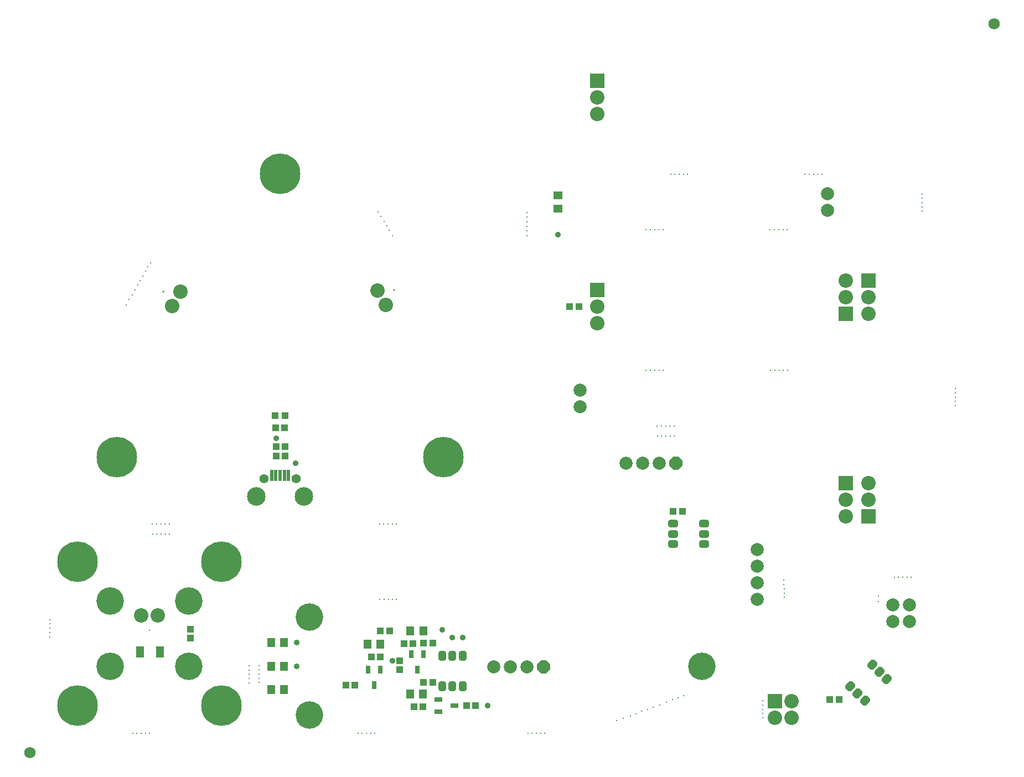
<source format=gts>
G04 Layer_Color=8388736*
%FSLAX44Y44*%
%MOMM*%
G71*
G01*
G75*
%ADD43R,1.0532X1.0532*%
%ADD44R,1.2032X1.8032*%
%ADD45R,1.4532X1.2032*%
%ADD46R,1.0532X1.0532*%
G04:AMPARAMS|DCode=47|XSize=1.5032mm|YSize=1.2032mm|CornerRadius=0.3516mm|HoleSize=0mm|Usage=FLASHONLY|Rotation=45.000|XOffset=0mm|YOffset=0mm|HoleType=Round|Shape=RoundedRectangle|*
%AMROUNDEDRECTD47*
21,1,1.5032,0.5000,0,0,45.0*
21,1,0.8000,1.2032,0,0,45.0*
1,1,0.7032,0.4596,0.1061*
1,1,0.7032,-0.1061,-0.4596*
1,1,0.7032,-0.4596,-0.1061*
1,1,0.7032,0.1061,0.4596*
%
%ADD47ROUNDEDRECTD47*%
G04:AMPARAMS|DCode=48|XSize=1.5032mm|YSize=1.2032mm|CornerRadius=0.3516mm|HoleSize=0mm|Usage=FLASHONLY|Rotation=270.000|XOffset=0mm|YOffset=0mm|HoleType=Round|Shape=RoundedRectangle|*
%AMROUNDEDRECTD48*
21,1,1.5032,0.5000,0,0,270.0*
21,1,0.8000,1.2032,0,0,270.0*
1,1,0.7032,-0.2500,-0.4000*
1,1,0.7032,-0.2500,0.4000*
1,1,0.7032,0.2500,0.4000*
1,1,0.7032,0.2500,-0.4000*
%
%ADD48ROUNDEDRECTD48*%
%ADD49R,1.2032X1.4532*%
%ADD50R,0.8032X1.3032*%
%ADD51R,1.3032X0.8032*%
G04:AMPARAMS|DCode=52|XSize=1.5032mm|YSize=1.2032mm|CornerRadius=0.3516mm|HoleSize=0mm|Usage=FLASHONLY|Rotation=180.000|XOffset=0mm|YOffset=0mm|HoleType=Round|Shape=RoundedRectangle|*
%AMROUNDEDRECTD52*
21,1,1.5032,0.5000,0,0,180.0*
21,1,0.8000,1.2032,0,0,180.0*
1,1,0.7032,-0.4000,0.2500*
1,1,0.7032,0.4000,0.2500*
1,1,0.7032,0.4000,-0.2500*
1,1,0.7032,-0.4000,-0.2500*
%
%ADD52ROUNDEDRECTD52*%
%ADD53R,0.6032X1.8032*%
%ADD54R,1.0032X1.0032*%
%ADD55C,0.2032*%
%ADD56C,1.7272*%
%ADD57C,2.0032*%
%ADD58R,2.2032X2.2032*%
%ADD59C,2.2032*%
G04:AMPARAMS|DCode=60|XSize=0.2032mm|YSize=0.2032mm|CornerRadius=0mm|HoleSize=0mm|Usage=FLASHONLY|Rotation=0.000|XOffset=0mm|YOffset=0mm|HoleType=Round|Shape=RoundedRectangle|*
%AMROUNDEDRECTD60*
21,1,0.2032,0.2032,0,0,0.0*
21,1,0.2032,0.2032,0,0,0.0*
1,1,0.0000,0.1016,-0.1016*
1,1,0.0000,-0.1016,-0.1016*
1,1,0.0000,-0.1016,0.1016*
1,1,0.0000,0.1016,0.1016*
%
%ADD60ROUNDEDRECTD60*%
%ADD61C,4.2032*%
%ADD62C,6.2032*%
%ADD63C,0.9032*%
%ADD64P,2.1683X8X202.5*%
G04:AMPARAMS|DCode=65|XSize=0.2032mm|YSize=0.2032mm|CornerRadius=0mm|HoleSize=0mm|Usage=FLASHONLY|Rotation=240.000|XOffset=0mm|YOffset=0mm|HoleType=Round|Shape=RoundedRectangle|*
%AMROUNDEDRECTD65*
21,1,0.2032,0.2032,0,0,240.0*
21,1,0.2032,0.2032,0,0,240.0*
1,1,0.0000,-0.1388,-0.0372*
1,1,0.0000,-0.0372,0.1388*
1,1,0.0000,0.1388,0.0372*
1,1,0.0000,0.0372,-0.1388*
%
%ADD65ROUNDEDRECTD65*%
G04:AMPARAMS|DCode=66|XSize=0.2032mm|YSize=0.2032mm|CornerRadius=0mm|HoleSize=0mm|Usage=FLASHONLY|Rotation=120.000|XOffset=0mm|YOffset=0mm|HoleType=Round|Shape=RoundedRectangle|*
%AMROUNDEDRECTD66*
21,1,0.2032,0.2032,0,0,120.0*
21,1,0.2032,0.2032,0,0,120.0*
1,1,0.0000,0.0372,0.1388*
1,1,0.0000,0.1388,-0.0372*
1,1,0.0000,-0.0372,-0.1388*
1,1,0.0000,-0.1388,0.0372*
%
%ADD66ROUNDEDRECTD66*%
%ADD67C,1.4032*%
%ADD68C,2.8432*%
D43*
X262600Y207000D02*
D03*
Y193000D02*
D03*
X583250Y158500D02*
D03*
Y144500D02*
D03*
X408000Y472013D02*
D03*
Y486013D02*
D03*
X394000D02*
D03*
Y472013D02*
D03*
D44*
X216000Y172000D02*
D03*
X186000D02*
D03*
D45*
X824990Y850042D02*
D03*
Y870042D02*
D03*
D46*
X856990Y700042D02*
D03*
X842990D02*
D03*
X1255000Y98815D02*
D03*
X1241000D02*
D03*
X500500Y120750D02*
D03*
X514500D02*
D03*
X567500Y204250D02*
D03*
X553500D02*
D03*
X699000Y89750D02*
D03*
X685000D02*
D03*
X633250Y125500D02*
D03*
X619250D02*
D03*
X633250Y185250D02*
D03*
X619250D02*
D03*
X553500Y164000D02*
D03*
X539500D02*
D03*
X618750Y88500D02*
D03*
X604750D02*
D03*
X603500Y185000D02*
D03*
X589500D02*
D03*
X1015291Y386827D02*
D03*
X1001291D02*
D03*
X393000Y515013D02*
D03*
X407000D02*
D03*
D47*
X1294520Y97062D02*
D03*
X1283383Y108198D02*
D03*
X1272246Y119335D02*
D03*
X1305480Y152570D02*
D03*
X1316617Y141433D02*
D03*
X1327754Y130296D02*
D03*
D48*
X679250Y166000D02*
D03*
X663500D02*
D03*
X647750D02*
D03*
Y119000D02*
D03*
X663500D02*
D03*
X679250D02*
D03*
D49*
X406000Y114000D02*
D03*
X386000D02*
D03*
X406000Y150000D02*
D03*
X386000D02*
D03*
X406000Y186000D02*
D03*
X386000D02*
D03*
X533500Y184000D02*
D03*
X553500D02*
D03*
X598750Y107250D02*
D03*
X618750D02*
D03*
X599000Y203750D02*
D03*
X619000D02*
D03*
D50*
X553500Y145000D02*
D03*
X534500D02*
D03*
X544000Y121000D02*
D03*
X619500Y168500D02*
D03*
X600500D02*
D03*
X610000Y144500D02*
D03*
D51*
X642250Y99250D02*
D03*
Y80250D02*
D03*
X666250Y89750D02*
D03*
D52*
X1048291Y336577D02*
D03*
Y352327D02*
D03*
Y368077D02*
D03*
X1001291D02*
D03*
Y352327D02*
D03*
Y336577D02*
D03*
D53*
X413000Y442013D02*
D03*
X406500D02*
D03*
X400000D02*
D03*
X393500D02*
D03*
X387000D02*
D03*
D54*
X407500Y533013D02*
D03*
X392500D02*
D03*
D55*
X1170541Y281805D02*
D03*
Y274804D02*
D03*
X1171000Y268000D02*
D03*
Y256000D02*
D03*
X204500Y367750D02*
D03*
X211000D02*
D03*
X224250D02*
D03*
X217750D02*
D03*
X230500D02*
D03*
X231000Y352500D02*
D03*
X218250D02*
D03*
X224750D02*
D03*
X211500D02*
D03*
X205000D02*
D03*
X174500Y47750D02*
D03*
X181000D02*
D03*
X194250D02*
D03*
X187750D02*
D03*
X200500D02*
D03*
X47500Y221000D02*
D03*
Y208250D02*
D03*
Y214750D02*
D03*
Y201500D02*
D03*
Y195000D02*
D03*
X352250Y124500D02*
D03*
Y131000D02*
D03*
Y144250D02*
D03*
Y137750D02*
D03*
Y150500D02*
D03*
X367500Y151000D02*
D03*
Y138250D02*
D03*
Y144750D02*
D03*
Y131500D02*
D03*
Y125000D02*
D03*
X519000Y47500D02*
D03*
X531750D02*
D03*
X525250D02*
D03*
X538500D02*
D03*
X545000D02*
D03*
X779000D02*
D03*
X791750D02*
D03*
X785250D02*
D03*
X798500D02*
D03*
X805000D02*
D03*
X1365500Y286250D02*
D03*
X1359000D02*
D03*
X1345750D02*
D03*
X1352250D02*
D03*
X1339500D02*
D03*
X1432500Y549000D02*
D03*
Y561750D02*
D03*
Y555250D02*
D03*
Y568500D02*
D03*
Y575000D02*
D03*
X1382500Y846500D02*
D03*
Y859250D02*
D03*
Y852750D02*
D03*
Y866000D02*
D03*
Y872500D02*
D03*
X1023500Y902500D02*
D03*
X1010750D02*
D03*
X1017250D02*
D03*
X1004000D02*
D03*
X997500D02*
D03*
X1228500D02*
D03*
X1215750D02*
D03*
X1222250D02*
D03*
X1209000D02*
D03*
X1202500D02*
D03*
X552000Y367750D02*
D03*
X558500D02*
D03*
X571750D02*
D03*
X565250D02*
D03*
X578000D02*
D03*
X578000Y252000D02*
D03*
X566000D02*
D03*
X572000D02*
D03*
X559000D02*
D03*
X552500Y252500D02*
D03*
X977093Y502315D02*
D03*
X983593D02*
D03*
X996843D02*
D03*
X990343D02*
D03*
X1003093D02*
D03*
X1002593Y517565D02*
D03*
X989843D02*
D03*
X996343D02*
D03*
X983093D02*
D03*
X976593D02*
D03*
X202000Y767000D02*
D03*
X198000Y761000D02*
D03*
X194000Y754000D02*
D03*
X190000Y747000D02*
D03*
X186000Y740000D02*
D03*
X182000Y733000D02*
D03*
X178000Y726000D02*
D03*
X174000Y718000D02*
D03*
X169000Y711000D02*
D03*
X165000Y703000D02*
D03*
X572000Y809000D02*
D03*
X567000Y817000D02*
D03*
X563000Y824000D02*
D03*
X559000Y831000D02*
D03*
X554000Y838000D02*
D03*
X550000Y845000D02*
D03*
X778000Y844000D02*
D03*
Y837000D02*
D03*
Y830000D02*
D03*
Y823000D02*
D03*
Y816000D02*
D03*
Y809000D02*
D03*
X986000Y602500D02*
D03*
X973250D02*
D03*
X979750D02*
D03*
X966500D02*
D03*
X960000D02*
D03*
X1176000D02*
D03*
X1163250D02*
D03*
X1169750D02*
D03*
X1156500D02*
D03*
X1150000D02*
D03*
X1175500Y817750D02*
D03*
X1162750D02*
D03*
X1169250D02*
D03*
X1156000D02*
D03*
X1149500D02*
D03*
X985500D02*
D03*
X972750D02*
D03*
X979250D02*
D03*
X966000D02*
D03*
X959500D02*
D03*
X1138250Y71500D02*
D03*
Y84250D02*
D03*
Y77750D02*
D03*
Y91000D02*
D03*
Y97500D02*
D03*
X1017000Y105000D02*
D03*
X1009000Y102000D02*
D03*
X1000000Y99000D02*
D03*
X991000Y95000D02*
D03*
X981000Y91000D02*
D03*
X971000Y87000D02*
D03*
X962000Y84000D02*
D03*
X953000Y81000D02*
D03*
X944000Y77000D02*
D03*
X936000Y74000D02*
D03*
X925000Y70000D02*
D03*
X915000Y67000D02*
D03*
X1171000Y262000D02*
D03*
X1315000Y257000D02*
D03*
Y249000D02*
D03*
D56*
X17500Y17500D02*
D03*
X1492500Y1132500D02*
D03*
D57*
X859260Y546958D02*
D03*
Y572358D02*
D03*
X1236990Y847342D02*
D03*
Y872742D02*
D03*
X1362500Y243815D02*
D03*
Y218416D02*
D03*
X1337100Y243815D02*
D03*
Y218416D02*
D03*
X777750Y148750D02*
D03*
X752350D02*
D03*
X726950D02*
D03*
X979541Y460827D02*
D03*
X954141D02*
D03*
X928741D02*
D03*
X1129541Y328927D02*
D03*
Y252727D02*
D03*
Y278127D02*
D03*
Y303527D02*
D03*
D58*
X1265260Y689558D02*
D03*
Y430358D02*
D03*
X1300260Y740358D02*
D03*
Y379558D02*
D03*
X884990Y725442D02*
D03*
Y1045442D02*
D03*
X1157300Y96516D02*
D03*
D59*
X1265260Y714958D02*
D03*
Y740358D02*
D03*
Y404958D02*
D03*
Y379558D02*
D03*
X1300260Y714958D02*
D03*
Y689558D02*
D03*
Y404958D02*
D03*
Y430358D02*
D03*
X187300Y227800D02*
D03*
X212700D02*
D03*
X884990Y674642D02*
D03*
Y700042D02*
D03*
Y994642D02*
D03*
Y1020042D02*
D03*
X1157300Y71115D02*
D03*
X1182700D02*
D03*
Y96516D02*
D03*
X247350Y723011D02*
D03*
X234650Y701014D02*
D03*
X561350Y703014D02*
D03*
X548650Y725011D02*
D03*
D60*
X200000Y205000D02*
D03*
D61*
X260000Y250000D02*
D03*
X140000D02*
D03*
Y150000D02*
D03*
X260000D02*
D03*
X445000Y225000D02*
D03*
Y75000D02*
D03*
X1045000Y150000D02*
D03*
D62*
X90000Y310000D02*
D03*
X310000D02*
D03*
Y90000D02*
D03*
X90000D02*
D03*
X400000Y903013D02*
D03*
X150000Y470003D02*
D03*
X650000D02*
D03*
D63*
X824990Y810042D02*
D03*
X647750Y205750D02*
D03*
X679250Y194000D02*
D03*
X663500D02*
D03*
X425750Y186000D02*
D03*
X571750Y158500D02*
D03*
X717250Y89750D02*
D03*
X425750Y150000D02*
D03*
X424000Y461013D02*
D03*
X394250Y499013D02*
D03*
D64*
X803150Y148750D02*
D03*
X1004941Y460827D02*
D03*
D65*
X221255Y723413D02*
D03*
D66*
X574745Y725413D02*
D03*
D67*
X375750Y436813D02*
D03*
X424250D02*
D03*
D68*
X363750Y410013D02*
D03*
X436250D02*
D03*
M02*

</source>
